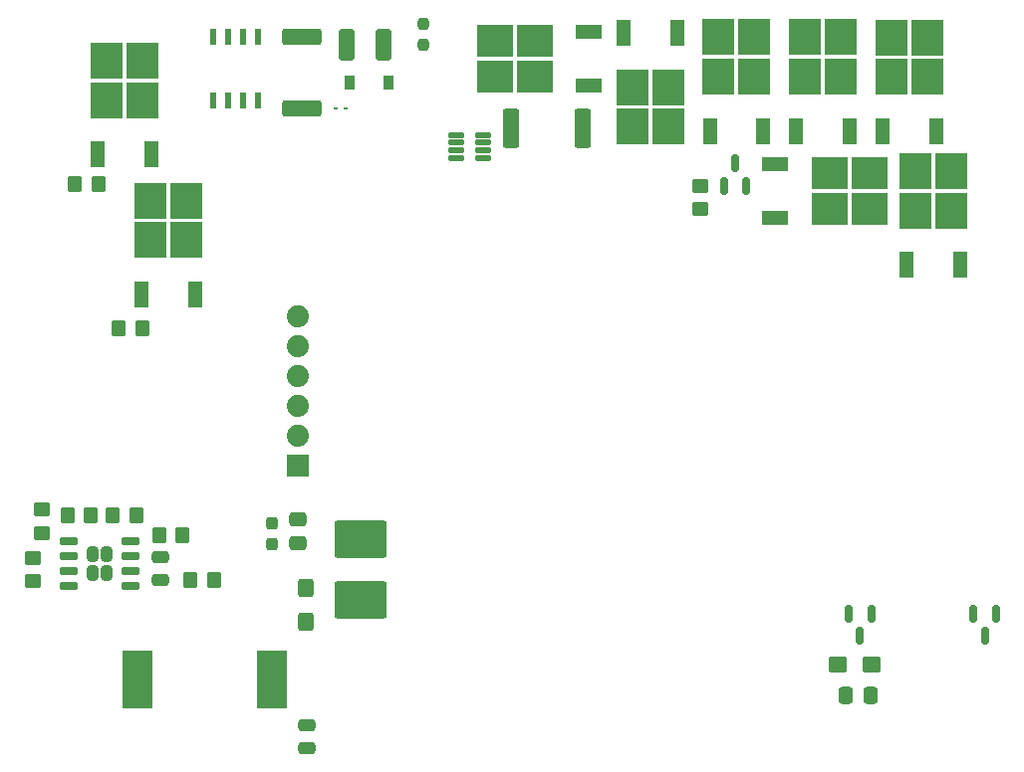
<source format=gbr>
%TF.GenerationSoftware,KiCad,Pcbnew,6.0.2+dfsg-1*%
%TF.CreationDate,2023-01-20T19:42:16-05:00*%
%TF.ProjectId,webasto-mainboard,77656261-7374-46f2-9d6d-61696e626f61,1.0*%
%TF.SameCoordinates,Original*%
%TF.FileFunction,Paste,Top*%
%TF.FilePolarity,Positive*%
%FSLAX46Y46*%
G04 Gerber Fmt 4.6, Leading zero omitted, Abs format (unit mm)*
G04 Created by KiCad (PCBNEW 6.0.2+dfsg-1) date 2023-01-20 19:42:16*
%MOMM*%
%LPD*%
G01*
G04 APERTURE LIST*
G04 Aperture macros list*
%AMRoundRect*
0 Rectangle with rounded corners*
0 $1 Rounding radius*
0 $2 $3 $4 $5 $6 $7 $8 $9 X,Y pos of 4 corners*
0 Add a 4 corners polygon primitive as box body*
4,1,4,$2,$3,$4,$5,$6,$7,$8,$9,$2,$3,0*
0 Add four circle primitives for the rounded corners*
1,1,$1+$1,$2,$3*
1,1,$1+$1,$4,$5*
1,1,$1+$1,$6,$7*
1,1,$1+$1,$8,$9*
0 Add four rect primitives between the rounded corners*
20,1,$1+$1,$2,$3,$4,$5,0*
20,1,$1+$1,$4,$5,$6,$7,0*
20,1,$1+$1,$6,$7,$8,$9,0*
20,1,$1+$1,$8,$9,$2,$3,0*%
G04 Aperture macros list end*
%ADD10R,1.879600X1.879600*%
%ADD11C,1.879600*%
%ADD12RoundRect,0.250000X-0.350000X-0.450000X0.350000X-0.450000X0.350000X0.450000X-0.350000X0.450000X0*%
%ADD13R,3.050000X2.750000*%
%ADD14R,2.200000X1.200000*%
%ADD15RoundRect,0.250000X0.350000X0.450000X-0.350000X0.450000X-0.350000X-0.450000X0.350000X-0.450000X0*%
%ADD16RoundRect,0.249999X0.450001X1.425001X-0.450001X1.425001X-0.450001X-1.425001X0.450001X-1.425001X0*%
%ADD17RoundRect,0.250000X0.450000X-0.350000X0.450000X0.350000X-0.450000X0.350000X-0.450000X-0.350000X0*%
%ADD18R,2.750000X3.050000*%
%ADD19R,1.200000X2.200000*%
%ADD20RoundRect,0.150000X-0.150000X0.587500X-0.150000X-0.587500X0.150000X-0.587500X0.150000X0.587500X0*%
%ADD21RoundRect,0.250000X-0.475000X0.337500X-0.475000X-0.337500X0.475000X-0.337500X0.475000X0.337500X0*%
%ADD22R,0.533400X1.460500*%
%ADD23RoundRect,0.250000X-1.975000X1.350000X-1.975000X-1.350000X1.975000X-1.350000X1.975000X1.350000X0*%
%ADD24RoundRect,0.249999X1.425001X-0.450001X1.425001X0.450001X-1.425001X0.450001X-1.425001X-0.450001X0*%
%ADD25RoundRect,0.150000X0.150000X-0.587500X0.150000X0.587500X-0.150000X0.587500X-0.150000X-0.587500X0*%
%ADD26RoundRect,0.237500X-0.237500X0.300000X-0.237500X-0.300000X0.237500X-0.300000X0.237500X0.300000X0*%
%ADD27RoundRect,0.237500X0.237500X-0.250000X0.237500X0.250000X-0.237500X0.250000X-0.237500X-0.250000X0*%
%ADD28RoundRect,0.250000X0.537500X0.425000X-0.537500X0.425000X-0.537500X-0.425000X0.537500X-0.425000X0*%
%ADD29R,0.360000X0.250000*%
%ADD30R,2.590800X5.003800*%
%ADD31RoundRect,0.125000X0.537500X0.125000X-0.537500X0.125000X-0.537500X-0.125000X0.537500X-0.125000X0*%
%ADD32R,0.900000X1.200000*%
%ADD33RoundRect,0.250000X0.425000X-0.537500X0.425000X0.537500X-0.425000X0.537500X-0.425000X-0.537500X0*%
%ADD34RoundRect,0.250000X-0.475000X0.250000X-0.475000X-0.250000X0.475000X-0.250000X0.475000X0.250000X0*%
%ADD35RoundRect,0.250000X0.412500X1.100000X-0.412500X1.100000X-0.412500X-1.100000X0.412500X-1.100000X0*%
%ADD36RoundRect,0.250000X0.337500X0.475000X-0.337500X0.475000X-0.337500X-0.475000X0.337500X-0.475000X0*%
%ADD37RoundRect,0.242500X0.242500X0.402500X-0.242500X0.402500X-0.242500X-0.402500X0.242500X-0.402500X0*%
%ADD38RoundRect,0.150000X0.650000X0.150000X-0.650000X0.150000X-0.650000X-0.150000X0.650000X-0.150000X0*%
G04 APERTURE END LIST*
D10*
%TO.C,J1*%
X124700000Y-101900000D03*
D11*
X124700000Y-99360000D03*
X124700000Y-96820000D03*
X124700000Y-94280000D03*
X124700000Y-91740000D03*
X124700000Y-89200000D03*
%TD*%
D12*
%TO.C,R7*%
X105750000Y-78000000D03*
X107750000Y-78000000D03*
%TD*%
%TO.C,R27*%
X105125000Y-106175000D03*
X107125000Y-106175000D03*
%TD*%
D13*
%TO.C,Q14*%
X173280000Y-77010000D03*
X169930000Y-80060000D03*
X173280000Y-80060000D03*
X169930000Y-77010000D03*
D14*
X165305000Y-76255000D03*
X165305000Y-80815000D03*
%TD*%
D15*
%TO.C,R29*%
X114925000Y-107850000D03*
X112925000Y-107850000D03*
%TD*%
D16*
%TO.C,R22*%
X148950000Y-73240000D03*
X142850000Y-73240000D03*
%TD*%
D17*
%TO.C,R16*%
X158930000Y-80130000D03*
X158930000Y-78130000D03*
%TD*%
D12*
%TO.C,R8*%
X109500000Y-90250000D03*
X111500000Y-90250000D03*
%TD*%
D18*
%TO.C,Q9*%
X115250000Y-79400000D03*
X112200000Y-79400000D03*
X115250000Y-82750000D03*
X112200000Y-82750000D03*
D19*
X111445000Y-87375000D03*
X116005000Y-87375000D03*
%TD*%
D18*
%TO.C,Q6*%
X178210000Y-68840000D03*
X178210000Y-65490000D03*
X175160000Y-68840000D03*
X175160000Y-65490000D03*
D19*
X174405000Y-73465000D03*
X178965000Y-73465000D03*
%TD*%
D17*
%TO.C,R25*%
X102175000Y-111775000D03*
X102175000Y-109775000D03*
%TD*%
D20*
%TO.C,U2*%
X173450000Y-114562500D03*
X171550000Y-114562500D03*
X172500000Y-116437500D03*
%TD*%
D21*
%TO.C,C3*%
X124750000Y-106500000D03*
X124750000Y-108575000D03*
%TD*%
D20*
%TO.C,Q1*%
X184050000Y-114512500D03*
X182150000Y-114512500D03*
X183100000Y-116387500D03*
%TD*%
D22*
%TO.C,U4*%
X121355000Y-65450850D03*
X120085000Y-65450850D03*
X118815000Y-65450850D03*
X117545000Y-65450850D03*
X117545000Y-70899150D03*
X118815000Y-70899150D03*
X120085000Y-70899150D03*
X121355000Y-70899150D03*
%TD*%
D23*
%TO.C,R21*%
X130020000Y-108200000D03*
X130020000Y-113400000D03*
%TD*%
D18*
%TO.C,Q7*%
X177200000Y-80250000D03*
X180250000Y-76900000D03*
X177200000Y-76900000D03*
X180250000Y-80250000D03*
D19*
X176445000Y-84875000D03*
X181005000Y-84875000D03*
%TD*%
D17*
%TO.C,R26*%
X103000000Y-107675000D03*
X103000000Y-105675000D03*
%TD*%
D12*
%TO.C,R28*%
X115600000Y-111700000D03*
X117600000Y-111700000D03*
%TD*%
D24*
%TO.C,R23*%
X125040000Y-71550000D03*
X125040000Y-65450000D03*
%TD*%
D25*
%TO.C,Q13*%
X160930000Y-78115000D03*
X162830000Y-78115000D03*
X161880000Y-76240000D03*
%TD*%
D26*
%TO.C,C4*%
X122500000Y-106887500D03*
X122500000Y-108612500D03*
%TD*%
D13*
%TO.C,Q18*%
X144830000Y-65790000D03*
X141480000Y-65790000D03*
X144830000Y-68840000D03*
X141480000Y-68840000D03*
D14*
X149455000Y-69595000D03*
X149455000Y-65035000D03*
%TD*%
D27*
%TO.C,F1*%
X135350000Y-66150000D03*
X135350000Y-64325000D03*
%TD*%
D28*
%TO.C,C1*%
X173450000Y-118850000D03*
X170575000Y-118850000D03*
%TD*%
D29*
%TO.C,D2*%
X127932500Y-71550000D03*
X128772500Y-71550000D03*
%TD*%
D30*
%TO.C,L1*%
X111072700Y-120175000D03*
X122477300Y-120175000D03*
%TD*%
D31*
%TO.C,U5*%
X140460000Y-75760000D03*
X140460000Y-75110000D03*
X140460000Y-74460000D03*
X140460000Y-73810000D03*
X138185000Y-73810000D03*
X138185000Y-74460000D03*
X138185000Y-75110000D03*
X138185000Y-75760000D03*
%TD*%
D18*
%TO.C,Q17*%
X156190000Y-69730000D03*
X153140000Y-69730000D03*
X153140000Y-73080000D03*
X156190000Y-73080000D03*
D19*
X156945000Y-65105000D03*
X152385000Y-65105000D03*
%TD*%
D32*
%TO.C,D4*%
X132460000Y-69320000D03*
X129160000Y-69320000D03*
%TD*%
D18*
%TO.C,Q16*%
X163535000Y-65485000D03*
X160485000Y-68835000D03*
X163535000Y-68835000D03*
X160485000Y-65485000D03*
D19*
X159730000Y-73460000D03*
X164290000Y-73460000D03*
%TD*%
D33*
%TO.C,C11*%
X125375000Y-115225000D03*
X125375000Y-112350000D03*
%TD*%
D34*
%TO.C,C12*%
X125475000Y-124050000D03*
X125475000Y-125950000D03*
%TD*%
%TO.C,C10*%
X113050000Y-109750000D03*
X113050000Y-111650000D03*
%TD*%
D35*
%TO.C,C8*%
X132025000Y-66150000D03*
X128900000Y-66150000D03*
%TD*%
D18*
%TO.C,Q8*%
X108475000Y-67475000D03*
X111525000Y-67475000D03*
X108475000Y-70825000D03*
X111525000Y-70825000D03*
D19*
X107720000Y-75450000D03*
X112280000Y-75450000D03*
%TD*%
D36*
%TO.C,C2*%
X173400000Y-121500000D03*
X171325000Y-121500000D03*
%TD*%
D18*
%TO.C,Q15*%
X167825000Y-65475000D03*
X167825000Y-68825000D03*
X170875000Y-68825000D03*
X170875000Y-65475000D03*
D19*
X167070000Y-73450000D03*
X171630000Y-73450000D03*
%TD*%
D15*
%TO.C,R30*%
X110975000Y-106200000D03*
X108975000Y-106200000D03*
%TD*%
D37*
%TO.C,U6*%
X108475000Y-111115000D03*
X107275000Y-111115000D03*
X107275000Y-109515000D03*
X108475000Y-109515000D03*
D38*
X110525000Y-112220000D03*
X110525000Y-110950000D03*
X110525000Y-109680000D03*
X110525000Y-108410000D03*
X105225000Y-108410000D03*
X105225000Y-109680000D03*
X105225000Y-110950000D03*
X105225000Y-112220000D03*
%TD*%
M02*

</source>
